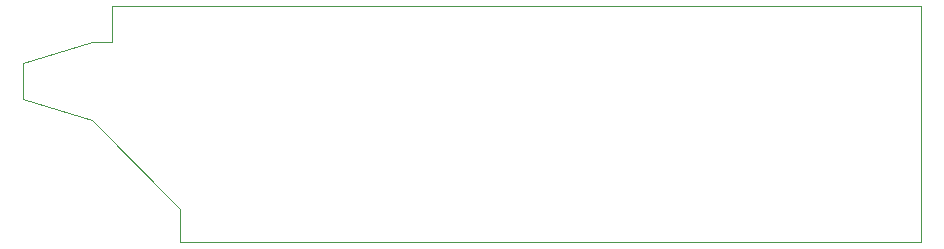
<source format=gbr>
%TF.GenerationSoftware,Altium Limited,Altium Designer,18.1.11 (251)*%
G04 Layer_Color=16711935*
%FSLAX26Y26*%
%MOIN*%
%TF.FileFunction,Other,Mechanical_1*%
%TF.Part,Single*%
G01*
G75*
%TA.AperFunction,NonConductor*%
%ADD78C,0.003937*%
D78*
X228347Y409449D02*
X524606Y113189D01*
X228346Y667323D02*
X296260D01*
Y787402D01*
X524606Y0D02*
Y113189D01*
X0Y479331D02*
X228347Y409449D01*
X0Y597441D02*
X228346Y667323D01*
X0Y479331D02*
Y597441D01*
X296260Y787401D02*
X2992126Y787402D01*
X524606Y0D02*
X2992126Y0D01*
Y787402D01*
%TF.MD5,ffe160a5cd22e9d261c7c39b55ef5f24*%
M02*

</source>
